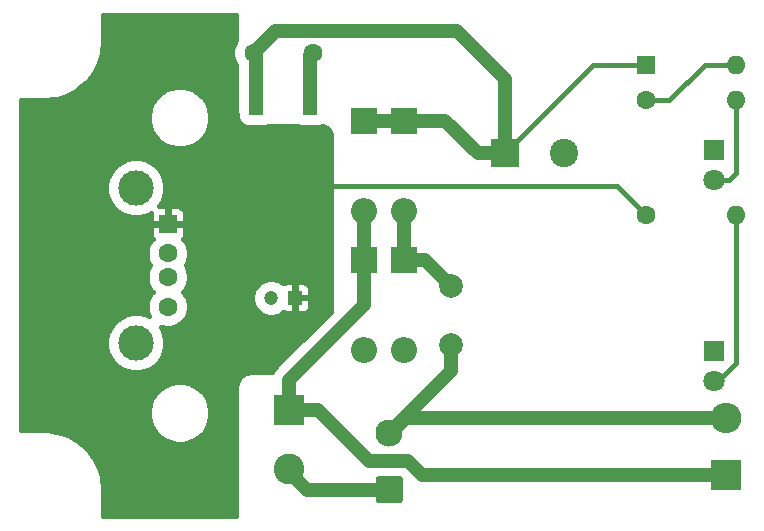
<source format=gtl>
G04 #@! TF.GenerationSoftware,KiCad,Pcbnew,5.1.10*
G04 #@! TF.CreationDate,2021-05-08T14:59:39+02:00*
G04 #@! TF.ProjectId,Dynamo_minimal_USB_charger,44796e61-6d6f-45f6-9d69-6e696d616c5f,1.0*
G04 #@! TF.SameCoordinates,PX5f5e100PY7bfa480*
G04 #@! TF.FileFunction,Copper,L1,Top*
G04 #@! TF.FilePolarity,Positive*
%FSLAX46Y46*%
G04 Gerber Fmt 4.6, Leading zero omitted, Abs format (unit mm)*
G04 Created by KiCad (PCBNEW 5.1.10) date 2021-05-08 14:59:39*
%MOMM*%
%LPD*%
G01*
G04 APERTURE LIST*
G04 #@! TA.AperFunction,ComponentPad*
%ADD10C,1.600000*%
G04 #@! TD*
G04 #@! TA.AperFunction,SMDPad,CuDef*
%ADD11R,5.800000X6.400000*%
G04 #@! TD*
G04 #@! TA.AperFunction,SMDPad,CuDef*
%ADD12R,1.200000X2.200000*%
G04 #@! TD*
G04 #@! TA.AperFunction,ComponentPad*
%ADD13C,1.800000*%
G04 #@! TD*
G04 #@! TA.AperFunction,ComponentPad*
%ADD14R,1.800000X1.800000*%
G04 #@! TD*
G04 #@! TA.AperFunction,ComponentPad*
%ADD15C,2.000000*%
G04 #@! TD*
G04 #@! TA.AperFunction,ComponentPad*
%ADD16C,2.300000*%
G04 #@! TD*
G04 #@! TA.AperFunction,ComponentPad*
%ADD17O,2.600000X2.600000*%
G04 #@! TD*
G04 #@! TA.AperFunction,ComponentPad*
%ADD18R,2.600000X2.600000*%
G04 #@! TD*
G04 #@! TA.AperFunction,ComponentPad*
%ADD19O,1.600000X1.600000*%
G04 #@! TD*
G04 #@! TA.AperFunction,ComponentPad*
%ADD20R,1.500000X1.600000*%
G04 #@! TD*
G04 #@! TA.AperFunction,ComponentPad*
%ADD21C,3.000000*%
G04 #@! TD*
G04 #@! TA.AperFunction,ComponentPad*
%ADD22C,2.600000*%
G04 #@! TD*
G04 #@! TA.AperFunction,ComponentPad*
%ADD23R,1.600000X1.600000*%
G04 #@! TD*
G04 #@! TA.AperFunction,ComponentPad*
%ADD24O,2.200000X2.200000*%
G04 #@! TD*
G04 #@! TA.AperFunction,ComponentPad*
%ADD25R,2.200000X2.200000*%
G04 #@! TD*
G04 #@! TA.AperFunction,ComponentPad*
%ADD26C,1.200000*%
G04 #@! TD*
G04 #@! TA.AperFunction,ComponentPad*
%ADD27R,1.200000X1.200000*%
G04 #@! TD*
G04 #@! TA.AperFunction,ComponentPad*
%ADD28C,2.400000*%
G04 #@! TD*
G04 #@! TA.AperFunction,ComponentPad*
%ADD29R,2.400000X2.400000*%
G04 #@! TD*
G04 #@! TA.AperFunction,Conductor*
%ADD30C,1.200000*%
G04 #@! TD*
G04 #@! TA.AperFunction,Conductor*
%ADD31C,0.400000*%
G04 #@! TD*
G04 #@! TA.AperFunction,Conductor*
%ADD32C,0.100000*%
G04 #@! TD*
G04 APERTURE END LIST*
D10*
G04 #@! TO.P,C3,2*
G04 #@! TO.N,GND*
X25750000Y40250000D03*
G04 #@! TO.P,C3,1*
G04 #@! TO.N,VCC*
X20750000Y40250000D03*
G04 #@! TD*
D11*
G04 #@! TO.P,U1,2*
G04 #@! TO.N,+5V*
X23250000Y29750000D03*
D12*
G04 #@! TO.P,U1,3*
G04 #@! TO.N,VCC*
X20970000Y36050000D03*
G04 #@! TO.P,U1,1*
G04 #@! TO.N,GND*
X25530000Y36050000D03*
G04 #@! TD*
D13*
G04 #@! TO.P,D8,2*
G04 #@! TO.N,Net-(D8-Pad2)*
X59750000Y29460000D03*
D14*
G04 #@! TO.P,D8,1*
G04 #@! TO.N,GND*
X59750000Y32000000D03*
G04 #@! TD*
D13*
G04 #@! TO.P,D6,2*
G04 #@! TO.N,Net-(D6-Pad2)*
X59750000Y12460000D03*
D14*
G04 #@! TO.P,D6,1*
G04 #@! TO.N,GND*
X59750000Y15000000D03*
G04 #@! TD*
D15*
G04 #@! TO.P,C1,2*
G04 #@! TO.N,Net-(C1-Pad2)*
X37500000Y15500000D03*
G04 #@! TO.P,C1,1*
G04 #@! TO.N,Net-(C1-Pad1)*
X37500000Y20500000D03*
G04 #@! TD*
D16*
G04 #@! TO.P,SW1,2*
G04 #@! TO.N,Net-(C1-Pad2)*
X32250000Y8050000D03*
G04 #@! TO.P,SW1,1*
G04 #@! TO.N,Net-(J1-Pad2)*
G04 #@! TA.AperFunction,ComponentPad*
G36*
G01*
X33150001Y2100000D02*
X31349999Y2100000D01*
G75*
G02*
X31100000Y2349999I0J249999D01*
G01*
X31100000Y4150001D01*
G75*
G02*
X31349999Y4400000I249999J0D01*
G01*
X33150001Y4400000D01*
G75*
G02*
X33400000Y4150001I0J-249999D01*
G01*
X33400000Y2349999D01*
G75*
G02*
X33150001Y2100000I-249999J0D01*
G01*
G37*
G04 #@! TD.AperFunction*
G04 #@! TD*
D17*
G04 #@! TO.P,D5,2*
G04 #@! TO.N,Net-(C1-Pad2)*
X60750000Y9300000D03*
D18*
G04 #@! TO.P,D5,1*
G04 #@! TO.N,Net-(D3-Pad2)*
X60750000Y4500000D03*
G04 #@! TD*
D19*
G04 #@! TO.P,R2,2*
G04 #@! TO.N,Net-(D8-Pad2)*
X61620000Y36250000D03*
D10*
G04 #@! TO.P,R2,1*
G04 #@! TO.N,Net-(D7-Pad2)*
X54000000Y36250000D03*
G04 #@! TD*
D19*
G04 #@! TO.P,R1,2*
G04 #@! TO.N,Net-(D6-Pad2)*
X61620000Y26500000D03*
D10*
G04 #@! TO.P,R1,1*
G04 #@! TO.N,+5V*
X54000000Y26500000D03*
G04 #@! TD*
G04 #@! TO.P,J2,4*
G04 #@! TO.N,GND*
X13500000Y18750000D03*
G04 #@! TO.P,J2,3*
G04 #@! TO.N,Net-(J2-Pad3)*
X13500000Y21250000D03*
G04 #@! TO.P,J2,2*
G04 #@! TO.N,Net-(J2-Pad2)*
X13500000Y23250000D03*
D20*
G04 #@! TO.P,J2,1*
G04 #@! TO.N,+5V*
X13500000Y25750000D03*
D21*
G04 #@! TO.P,J2,5*
G04 #@! TO.N,GND*
X10790000Y15680000D03*
X10790000Y28820000D03*
G04 #@! TD*
D22*
G04 #@! TO.P,J1,2*
G04 #@! TO.N,Net-(J1-Pad2)*
X23750000Y5000000D03*
D18*
G04 #@! TO.P,J1,1*
G04 #@! TO.N,Net-(D3-Pad2)*
X23750000Y10000000D03*
G04 #@! TD*
D19*
G04 #@! TO.P,D7,2*
G04 #@! TO.N,Net-(D7-Pad2)*
X61620000Y39250000D03*
D23*
G04 #@! TO.P,D7,1*
G04 #@! TO.N,VCC*
X54000000Y39250000D03*
G04 #@! TD*
D24*
G04 #@! TO.P,D4,2*
G04 #@! TO.N,GND*
X30100000Y15080000D03*
D25*
G04 #@! TO.P,D4,1*
G04 #@! TO.N,Net-(D3-Pad2)*
X30100000Y22700000D03*
G04 #@! TD*
D24*
G04 #@! TO.P,D3,2*
G04 #@! TO.N,Net-(D3-Pad2)*
X30100000Y26880000D03*
D25*
G04 #@! TO.P,D3,1*
G04 #@! TO.N,VCC*
X30100000Y34500000D03*
G04 #@! TD*
D24*
G04 #@! TO.P,D2,2*
G04 #@! TO.N,GND*
X33500000Y15080000D03*
D25*
G04 #@! TO.P,D2,1*
G04 #@! TO.N,Net-(C1-Pad1)*
X33500000Y22700000D03*
G04 #@! TD*
D24*
G04 #@! TO.P,D1,2*
G04 #@! TO.N,Net-(C1-Pad1)*
X33500000Y26880000D03*
D25*
G04 #@! TO.P,D1,1*
G04 #@! TO.N,VCC*
X33500000Y34500000D03*
G04 #@! TD*
D26*
G04 #@! TO.P,C4,2*
G04 #@! TO.N,GND*
X22250000Y19500000D03*
D27*
G04 #@! TO.P,C4,1*
G04 #@! TO.N,+5V*
X24250000Y19500000D03*
G04 #@! TD*
D28*
G04 #@! TO.P,C2,2*
G04 #@! TO.N,GND*
X47000000Y31750000D03*
D29*
G04 #@! TO.P,C2,1*
G04 #@! TO.N,VCC*
X42000000Y31750000D03*
G04 #@! TD*
D30*
G04 #@! TO.N,Net-(C1-Pad2)*
X32350000Y8050000D02*
X33600000Y9300000D01*
X32300000Y8000000D02*
X32250000Y8050000D01*
X33600000Y9300000D02*
X32300000Y8000000D01*
X32250000Y8050000D02*
X32350000Y8050000D01*
X60750000Y9300000D02*
X33600000Y9300000D01*
X37500000Y13300000D02*
X32250000Y8050000D01*
X37500000Y15500000D02*
X37500000Y13300000D01*
G04 #@! TO.N,Net-(C1-Pad1)*
X33500000Y26880000D02*
X33500000Y22700000D01*
X35300000Y22700000D02*
X37500000Y20500000D01*
X33500000Y22700000D02*
X35300000Y22700000D01*
G04 #@! TO.N,GND*
X25530000Y40030000D02*
X25750000Y40250000D01*
X25530000Y36050000D02*
X25530000Y40030000D01*
G04 #@! TO.N,VCC*
X41950000Y31700000D02*
X42000000Y31750000D01*
D31*
X49500000Y39250000D02*
X42000000Y31750000D01*
X54000000Y39250000D02*
X49500000Y39250000D01*
D30*
X32100000Y34500000D02*
X35500000Y34500000D01*
X37000000Y34500000D02*
X35500000Y34500000D01*
X39750000Y31750000D02*
X37000000Y34500000D01*
X42000000Y31750000D02*
X39750000Y31750000D01*
X33500000Y34500000D02*
X30100000Y34500000D01*
X42000000Y31750000D02*
X42000000Y38000000D01*
X22550001Y42050001D02*
X20750000Y40250000D01*
X37949999Y42050001D02*
X22550001Y42050001D01*
X42000000Y38000000D02*
X37949999Y42050001D01*
X20970000Y40030000D02*
X20750000Y40250000D01*
X20970000Y36050000D02*
X20970000Y40030000D01*
D31*
G04 #@! TO.N,+5V*
X26125000Y29000000D02*
X24000000Y26875000D01*
X51500000Y29000000D02*
X26125000Y29000000D01*
X54000000Y26500000D02*
X51500000Y29000000D01*
D30*
G04 #@! TO.N,Net-(D3-Pad2)*
X35000000Y4500000D02*
X60750000Y4500000D01*
X33850000Y5650000D02*
X35000000Y4500000D01*
X30550000Y5650000D02*
X33850000Y5650000D01*
X26200000Y10000000D02*
X30550000Y5650000D01*
X23750000Y10000000D02*
X26200000Y10000000D01*
X30100000Y18850000D02*
X30100000Y22700000D01*
X23750000Y12500000D02*
X30100000Y18850000D01*
X23750000Y10000000D02*
X23750000Y12500000D01*
X30100000Y22700000D02*
X30100000Y26880000D01*
D31*
G04 #@! TO.N,Net-(D6-Pad2)*
X60090002Y12460000D02*
X59750000Y12460000D01*
X61620000Y13989998D02*
X60090002Y12460000D01*
X61620000Y26500000D02*
X61620000Y13989998D01*
G04 #@! TO.N,Net-(D7-Pad2)*
X54000000Y36250000D02*
X55950000Y36250000D01*
X58950000Y39250000D02*
X61620000Y39250000D01*
X55950000Y36250000D02*
X58950000Y39250000D01*
G04 #@! TO.N,Net-(D8-Pad2)*
X61620000Y30057208D02*
X61022792Y29460000D01*
X61022792Y29460000D02*
X59750000Y29460000D01*
X61620000Y36250000D02*
X61620000Y30057208D01*
D30*
G04 #@! TO.N,Net-(J1-Pad2)*
X25250000Y3250000D02*
X32250000Y3250000D01*
X23750000Y4750000D02*
X25250000Y3250000D01*
X23750000Y5000000D02*
X23750000Y4750000D01*
G04 #@! TD*
D31*
G04 #@! TO.N,+5V*
X19300000Y41319836D02*
X19154861Y41102620D01*
X19019173Y40775041D01*
X18950000Y40427284D01*
X18950000Y40072716D01*
X19019173Y39724959D01*
X19154861Y39397380D01*
X19300000Y39180164D01*
X19300000Y35250000D01*
X19300963Y35230396D01*
X19320178Y35035306D01*
X19327827Y34996854D01*
X19376279Y34837126D01*
X19384470Y34753966D01*
X19441651Y34565465D01*
X19534508Y34391742D01*
X19659472Y34239472D01*
X19811742Y34114508D01*
X19985465Y34021651D01*
X20173966Y33964470D01*
X20370000Y33945162D01*
X21570000Y33945162D01*
X21766034Y33964470D01*
X21954535Y34021651D01*
X22007572Y34050000D01*
X24492428Y34050000D01*
X24545465Y34021651D01*
X24733966Y33964470D01*
X24930000Y33945162D01*
X26130000Y33945162D01*
X26326034Y33964470D01*
X26514535Y34021651D01*
X26555530Y34043563D01*
X26655886Y34033679D01*
X26805777Y33988210D01*
X26943916Y33914373D01*
X27065001Y33815001D01*
X27164373Y33693916D01*
X27238210Y33555777D01*
X27283679Y33405886D01*
X27300000Y33240173D01*
X27300000Y18312742D01*
X22674207Y13686949D01*
X22613156Y13636845D01*
X22563053Y13575794D01*
X22413212Y13393213D01*
X22309938Y13200000D01*
X20500000Y13200000D01*
X20480396Y13199037D01*
X20285306Y13179822D01*
X20246854Y13172173D01*
X20059261Y13115268D01*
X20023038Y13100264D01*
X19850151Y13007854D01*
X19817551Y12986072D01*
X19666014Y12861709D01*
X19638291Y12833986D01*
X19513928Y12682449D01*
X19492146Y12649849D01*
X19399736Y12476962D01*
X19384732Y12440739D01*
X19327827Y12253146D01*
X19320178Y12214694D01*
X19300963Y12019604D01*
X19300000Y12000000D01*
X19300000Y1025000D01*
X8025000Y1025000D01*
X8025000Y3300351D01*
X8020510Y3345936D01*
X8020684Y3370824D01*
X8019288Y3385067D01*
X7937686Y4161454D01*
X7919005Y4252459D01*
X7901598Y4343712D01*
X7897461Y4357413D01*
X7666613Y5103163D01*
X7630606Y5188820D01*
X7595811Y5274941D01*
X7589093Y5287577D01*
X7217790Y5974287D01*
X7165828Y6051323D01*
X7114972Y6129041D01*
X7105930Y6140126D01*
X7105926Y6140132D01*
X7105921Y6140137D01*
X6608313Y6741642D01*
X6542386Y6807111D01*
X6477393Y6873479D01*
X6466366Y6882602D01*
X5861396Y7376003D01*
X5784014Y7427415D01*
X5707364Y7479899D01*
X5694775Y7486706D01*
X5005491Y7853205D01*
X4919577Y7888616D01*
X4834211Y7925204D01*
X4820540Y7929436D01*
X4073195Y8155073D01*
X3982046Y8173121D01*
X3891192Y8192433D01*
X3876961Y8193929D01*
X3876959Y8193929D01*
X3100022Y8270108D01*
X3100021Y8270108D01*
X3050351Y8275000D01*
X1025000Y8275000D01*
X1025000Y10006078D01*
X11900000Y10006078D01*
X11900000Y9493922D01*
X11999917Y8991608D01*
X12195910Y8518438D01*
X12480448Y8092597D01*
X12842597Y7730448D01*
X13268438Y7445910D01*
X13741608Y7249917D01*
X14243922Y7150000D01*
X14756078Y7150000D01*
X15258392Y7249917D01*
X15731562Y7445910D01*
X16157403Y7730448D01*
X16519552Y8092597D01*
X16804090Y8518438D01*
X17000083Y8991608D01*
X17100000Y9493922D01*
X17100000Y10006078D01*
X17000083Y10508392D01*
X16804090Y10981562D01*
X16519552Y11407403D01*
X16157403Y11769552D01*
X15731562Y12054090D01*
X15258392Y12250083D01*
X14756078Y12350000D01*
X14243922Y12350000D01*
X13741608Y12250083D01*
X13268438Y12054090D01*
X12842597Y11769552D01*
X12480448Y11407403D01*
X12195910Y10981562D01*
X11999917Y10508392D01*
X11900000Y10006078D01*
X1025000Y10006078D01*
X1025000Y15926228D01*
X8290000Y15926228D01*
X8290000Y15433772D01*
X8386074Y14950777D01*
X8574529Y14495806D01*
X8848124Y14086343D01*
X9196343Y13738124D01*
X9605806Y13464529D01*
X10060777Y13276074D01*
X10543772Y13180000D01*
X11036228Y13180000D01*
X11519223Y13276074D01*
X11974194Y13464529D01*
X12383657Y13738124D01*
X12731876Y14086343D01*
X13005471Y14495806D01*
X13193926Y14950777D01*
X13290000Y15433772D01*
X13290000Y15926228D01*
X13193926Y16409223D01*
X13005471Y16864194D01*
X12873965Y17061006D01*
X12974959Y17019173D01*
X13322716Y16950000D01*
X13677284Y16950000D01*
X14025041Y17019173D01*
X14352620Y17154861D01*
X14647433Y17351849D01*
X14898151Y17602567D01*
X15095139Y17897380D01*
X15230827Y18224959D01*
X15300000Y18572716D01*
X15300000Y18927284D01*
X15230827Y19275041D01*
X15095139Y19602620D01*
X15058412Y19657586D01*
X20650000Y19657586D01*
X20650000Y19342414D01*
X20711487Y19033297D01*
X20832098Y18742116D01*
X21007199Y18480059D01*
X21230059Y18257199D01*
X21492116Y18082098D01*
X21783297Y17961487D01*
X22092414Y17900000D01*
X22407586Y17900000D01*
X22716703Y17961487D01*
X23007884Y18082098D01*
X23269941Y18257199D01*
X23298063Y18285321D01*
X23377749Y18242728D01*
X23511208Y18202244D01*
X23650000Y18188574D01*
X24019000Y18192000D01*
X24196000Y18369000D01*
X24196000Y19446000D01*
X24304000Y19446000D01*
X24304000Y18369000D01*
X24481000Y18192000D01*
X24850000Y18188574D01*
X24988792Y18202244D01*
X25122251Y18242728D01*
X25245247Y18308471D01*
X25353054Y18396946D01*
X25441529Y18504753D01*
X25507272Y18627749D01*
X25547756Y18761208D01*
X25561426Y18900000D01*
X25558000Y19269000D01*
X25381000Y19446000D01*
X24304000Y19446000D01*
X24196000Y19446000D01*
X24176000Y19446000D01*
X24176000Y19554000D01*
X24196000Y19554000D01*
X24196000Y20631000D01*
X24304000Y20631000D01*
X24304000Y19554000D01*
X25381000Y19554000D01*
X25558000Y19731000D01*
X25561426Y20100000D01*
X25547756Y20238792D01*
X25507272Y20372251D01*
X25441529Y20495247D01*
X25353054Y20603054D01*
X25245247Y20691529D01*
X25122251Y20757272D01*
X24988792Y20797756D01*
X24850000Y20811426D01*
X24481000Y20808000D01*
X24304000Y20631000D01*
X24196000Y20631000D01*
X24019000Y20808000D01*
X23650000Y20811426D01*
X23511208Y20797756D01*
X23377749Y20757272D01*
X23298063Y20714679D01*
X23269941Y20742801D01*
X23007884Y20917902D01*
X22716703Y21038513D01*
X22407586Y21100000D01*
X22092414Y21100000D01*
X21783297Y21038513D01*
X21492116Y20917902D01*
X21230059Y20742801D01*
X21007199Y20519941D01*
X20832098Y20257884D01*
X20711487Y19966703D01*
X20650000Y19657586D01*
X15058412Y19657586D01*
X14898151Y19897433D01*
X14795584Y20000000D01*
X14898151Y20102567D01*
X15095139Y20397380D01*
X15230827Y20724959D01*
X15300000Y21072716D01*
X15300000Y21427284D01*
X15230827Y21775041D01*
X15095139Y22102620D01*
X14996663Y22250000D01*
X15095139Y22397380D01*
X15230827Y22724959D01*
X15300000Y23072716D01*
X15300000Y23427284D01*
X15230827Y23775041D01*
X15095139Y24102620D01*
X14898151Y24397433D01*
X14796139Y24499445D01*
X14841529Y24554753D01*
X14907272Y24677749D01*
X14947756Y24811208D01*
X14961426Y24950000D01*
X14958000Y25519000D01*
X14781000Y25696000D01*
X13554000Y25696000D01*
X13554000Y25676000D01*
X13446000Y25676000D01*
X13446000Y25696000D01*
X12219000Y25696000D01*
X12042000Y25519000D01*
X12038574Y24950000D01*
X12052244Y24811208D01*
X12092728Y24677749D01*
X12158471Y24554753D01*
X12203861Y24499445D01*
X12101849Y24397433D01*
X11904861Y24102620D01*
X11769173Y23775041D01*
X11700000Y23427284D01*
X11700000Y23072716D01*
X11769173Y22724959D01*
X11904861Y22397380D01*
X12003337Y22250000D01*
X11904861Y22102620D01*
X11769173Y21775041D01*
X11700000Y21427284D01*
X11700000Y21072716D01*
X11769173Y20724959D01*
X11904861Y20397380D01*
X12101849Y20102567D01*
X12204416Y20000000D01*
X12101849Y19897433D01*
X11904861Y19602620D01*
X11769173Y19275041D01*
X11700000Y18927284D01*
X11700000Y18572716D01*
X11769173Y18224959D01*
X11891456Y17929742D01*
X11519223Y18083926D01*
X11036228Y18180000D01*
X10543772Y18180000D01*
X10060777Y18083926D01*
X9605806Y17895471D01*
X9196343Y17621876D01*
X8848124Y17273657D01*
X8574529Y16864194D01*
X8386074Y16409223D01*
X8290000Y15926228D01*
X1025000Y15926228D01*
X1025000Y29066228D01*
X8290000Y29066228D01*
X8290000Y28573772D01*
X8386074Y28090777D01*
X8574529Y27635806D01*
X8848124Y27226343D01*
X9196343Y26878124D01*
X9605806Y26604529D01*
X10060777Y26416074D01*
X10543772Y26320000D01*
X11036228Y26320000D01*
X11519223Y26416074D01*
X11974194Y26604529D01*
X12048858Y26654418D01*
X12038574Y26550000D01*
X12042000Y25981000D01*
X12219000Y25804000D01*
X13446000Y25804000D01*
X13446000Y27081000D01*
X13554000Y27081000D01*
X13554000Y25804000D01*
X14781000Y25804000D01*
X14958000Y25981000D01*
X14961426Y26550000D01*
X14947756Y26688792D01*
X14907272Y26822251D01*
X14841529Y26945247D01*
X14753054Y27053054D01*
X14645247Y27141529D01*
X14522251Y27207272D01*
X14388792Y27247756D01*
X14250000Y27261426D01*
X13731000Y27258000D01*
X13554000Y27081000D01*
X13446000Y27081000D01*
X13269000Y27258000D01*
X12755294Y27261391D01*
X13005471Y27635806D01*
X13193926Y28090777D01*
X13290000Y28573772D01*
X13290000Y29066228D01*
X13193926Y29549223D01*
X13005471Y30004194D01*
X12731876Y30413657D01*
X12383657Y30761876D01*
X11974194Y31035471D01*
X11519223Y31223926D01*
X11036228Y31320000D01*
X10543772Y31320000D01*
X10060777Y31223926D01*
X9605806Y31035471D01*
X9196343Y30761876D01*
X8848124Y30413657D01*
X8574529Y30004194D01*
X8386074Y29549223D01*
X8290000Y29066228D01*
X1025000Y29066228D01*
X1025000Y35006078D01*
X11900000Y35006078D01*
X11900000Y34493922D01*
X11999917Y33991608D01*
X12195910Y33518438D01*
X12480448Y33092597D01*
X12842597Y32730448D01*
X13268438Y32445910D01*
X13741608Y32249917D01*
X14243922Y32150000D01*
X14756078Y32150000D01*
X15258392Y32249917D01*
X15731562Y32445910D01*
X16157403Y32730448D01*
X16519552Y33092597D01*
X16804090Y33518438D01*
X17000083Y33991608D01*
X17100000Y34493922D01*
X17100000Y35006078D01*
X17000083Y35508392D01*
X16804090Y35981562D01*
X16519552Y36407403D01*
X16157403Y36769552D01*
X15731562Y37054090D01*
X15258392Y37250083D01*
X14756078Y37350000D01*
X14243922Y37350000D01*
X13741608Y37250083D01*
X13268438Y37054090D01*
X12842597Y36769552D01*
X12480448Y36407403D01*
X12195910Y35981562D01*
X11999917Y35508392D01*
X11900000Y35006078D01*
X1025000Y35006078D01*
X1025000Y36225000D01*
X3050351Y36225000D01*
X3095936Y36229490D01*
X3120824Y36229316D01*
X3135067Y36230712D01*
X3911455Y36312314D01*
X4002466Y36330996D01*
X4093712Y36348402D01*
X4107413Y36352539D01*
X4853162Y36583386D01*
X4938839Y36619402D01*
X5024941Y36654189D01*
X5037577Y36660907D01*
X5724287Y37032210D01*
X5801334Y37084180D01*
X5879041Y37135029D01*
X5890131Y37144074D01*
X6491643Y37641687D01*
X6557111Y37707613D01*
X6623479Y37772606D01*
X6632601Y37783633D01*
X7126003Y38388604D01*
X7177437Y38466019D01*
X7229899Y38542637D01*
X7236706Y38555225D01*
X7603205Y39244510D01*
X7638623Y39330438D01*
X7675204Y39415789D01*
X7679433Y39429450D01*
X7679437Y39429460D01*
X7679439Y39429470D01*
X7905073Y40176805D01*
X7923121Y40267954D01*
X7942433Y40358808D01*
X7943929Y40373041D01*
X8020108Y41149978D01*
X8020108Y41149979D01*
X8025000Y41199649D01*
X8025000Y43475000D01*
X19300000Y43475000D01*
X19300000Y41319836D01*
G04 #@! TA.AperFunction,Conductor*
D32*
G36*
X19300000Y41319836D02*
G01*
X19154861Y41102620D01*
X19019173Y40775041D01*
X18950000Y40427284D01*
X18950000Y40072716D01*
X19019173Y39724959D01*
X19154861Y39397380D01*
X19300000Y39180164D01*
X19300000Y35250000D01*
X19300963Y35230396D01*
X19320178Y35035306D01*
X19327827Y34996854D01*
X19376279Y34837126D01*
X19384470Y34753966D01*
X19441651Y34565465D01*
X19534508Y34391742D01*
X19659472Y34239472D01*
X19811742Y34114508D01*
X19985465Y34021651D01*
X20173966Y33964470D01*
X20370000Y33945162D01*
X21570000Y33945162D01*
X21766034Y33964470D01*
X21954535Y34021651D01*
X22007572Y34050000D01*
X24492428Y34050000D01*
X24545465Y34021651D01*
X24733966Y33964470D01*
X24930000Y33945162D01*
X26130000Y33945162D01*
X26326034Y33964470D01*
X26514535Y34021651D01*
X26555530Y34043563D01*
X26655886Y34033679D01*
X26805777Y33988210D01*
X26943916Y33914373D01*
X27065001Y33815001D01*
X27164373Y33693916D01*
X27238210Y33555777D01*
X27283679Y33405886D01*
X27300000Y33240173D01*
X27300000Y18312742D01*
X22674207Y13686949D01*
X22613156Y13636845D01*
X22563053Y13575794D01*
X22413212Y13393213D01*
X22309938Y13200000D01*
X20500000Y13200000D01*
X20480396Y13199037D01*
X20285306Y13179822D01*
X20246854Y13172173D01*
X20059261Y13115268D01*
X20023038Y13100264D01*
X19850151Y13007854D01*
X19817551Y12986072D01*
X19666014Y12861709D01*
X19638291Y12833986D01*
X19513928Y12682449D01*
X19492146Y12649849D01*
X19399736Y12476962D01*
X19384732Y12440739D01*
X19327827Y12253146D01*
X19320178Y12214694D01*
X19300963Y12019604D01*
X19300000Y12000000D01*
X19300000Y1025000D01*
X8025000Y1025000D01*
X8025000Y3300351D01*
X8020510Y3345936D01*
X8020684Y3370824D01*
X8019288Y3385067D01*
X7937686Y4161454D01*
X7919005Y4252459D01*
X7901598Y4343712D01*
X7897461Y4357413D01*
X7666613Y5103163D01*
X7630606Y5188820D01*
X7595811Y5274941D01*
X7589093Y5287577D01*
X7217790Y5974287D01*
X7165828Y6051323D01*
X7114972Y6129041D01*
X7105930Y6140126D01*
X7105926Y6140132D01*
X7105921Y6140137D01*
X6608313Y6741642D01*
X6542386Y6807111D01*
X6477393Y6873479D01*
X6466366Y6882602D01*
X5861396Y7376003D01*
X5784014Y7427415D01*
X5707364Y7479899D01*
X5694775Y7486706D01*
X5005491Y7853205D01*
X4919577Y7888616D01*
X4834211Y7925204D01*
X4820540Y7929436D01*
X4073195Y8155073D01*
X3982046Y8173121D01*
X3891192Y8192433D01*
X3876961Y8193929D01*
X3876959Y8193929D01*
X3100022Y8270108D01*
X3100021Y8270108D01*
X3050351Y8275000D01*
X1025000Y8275000D01*
X1025000Y10006078D01*
X11900000Y10006078D01*
X11900000Y9493922D01*
X11999917Y8991608D01*
X12195910Y8518438D01*
X12480448Y8092597D01*
X12842597Y7730448D01*
X13268438Y7445910D01*
X13741608Y7249917D01*
X14243922Y7150000D01*
X14756078Y7150000D01*
X15258392Y7249917D01*
X15731562Y7445910D01*
X16157403Y7730448D01*
X16519552Y8092597D01*
X16804090Y8518438D01*
X17000083Y8991608D01*
X17100000Y9493922D01*
X17100000Y10006078D01*
X17000083Y10508392D01*
X16804090Y10981562D01*
X16519552Y11407403D01*
X16157403Y11769552D01*
X15731562Y12054090D01*
X15258392Y12250083D01*
X14756078Y12350000D01*
X14243922Y12350000D01*
X13741608Y12250083D01*
X13268438Y12054090D01*
X12842597Y11769552D01*
X12480448Y11407403D01*
X12195910Y10981562D01*
X11999917Y10508392D01*
X11900000Y10006078D01*
X1025000Y10006078D01*
X1025000Y15926228D01*
X8290000Y15926228D01*
X8290000Y15433772D01*
X8386074Y14950777D01*
X8574529Y14495806D01*
X8848124Y14086343D01*
X9196343Y13738124D01*
X9605806Y13464529D01*
X10060777Y13276074D01*
X10543772Y13180000D01*
X11036228Y13180000D01*
X11519223Y13276074D01*
X11974194Y13464529D01*
X12383657Y13738124D01*
X12731876Y14086343D01*
X13005471Y14495806D01*
X13193926Y14950777D01*
X13290000Y15433772D01*
X13290000Y15926228D01*
X13193926Y16409223D01*
X13005471Y16864194D01*
X12873965Y17061006D01*
X12974959Y17019173D01*
X13322716Y16950000D01*
X13677284Y16950000D01*
X14025041Y17019173D01*
X14352620Y17154861D01*
X14647433Y17351849D01*
X14898151Y17602567D01*
X15095139Y17897380D01*
X15230827Y18224959D01*
X15300000Y18572716D01*
X15300000Y18927284D01*
X15230827Y19275041D01*
X15095139Y19602620D01*
X15058412Y19657586D01*
X20650000Y19657586D01*
X20650000Y19342414D01*
X20711487Y19033297D01*
X20832098Y18742116D01*
X21007199Y18480059D01*
X21230059Y18257199D01*
X21492116Y18082098D01*
X21783297Y17961487D01*
X22092414Y17900000D01*
X22407586Y17900000D01*
X22716703Y17961487D01*
X23007884Y18082098D01*
X23269941Y18257199D01*
X23298063Y18285321D01*
X23377749Y18242728D01*
X23511208Y18202244D01*
X23650000Y18188574D01*
X24019000Y18192000D01*
X24196000Y18369000D01*
X24196000Y19446000D01*
X24304000Y19446000D01*
X24304000Y18369000D01*
X24481000Y18192000D01*
X24850000Y18188574D01*
X24988792Y18202244D01*
X25122251Y18242728D01*
X25245247Y18308471D01*
X25353054Y18396946D01*
X25441529Y18504753D01*
X25507272Y18627749D01*
X25547756Y18761208D01*
X25561426Y18900000D01*
X25558000Y19269000D01*
X25381000Y19446000D01*
X24304000Y19446000D01*
X24196000Y19446000D01*
X24176000Y19446000D01*
X24176000Y19554000D01*
X24196000Y19554000D01*
X24196000Y20631000D01*
X24304000Y20631000D01*
X24304000Y19554000D01*
X25381000Y19554000D01*
X25558000Y19731000D01*
X25561426Y20100000D01*
X25547756Y20238792D01*
X25507272Y20372251D01*
X25441529Y20495247D01*
X25353054Y20603054D01*
X25245247Y20691529D01*
X25122251Y20757272D01*
X24988792Y20797756D01*
X24850000Y20811426D01*
X24481000Y20808000D01*
X24304000Y20631000D01*
X24196000Y20631000D01*
X24019000Y20808000D01*
X23650000Y20811426D01*
X23511208Y20797756D01*
X23377749Y20757272D01*
X23298063Y20714679D01*
X23269941Y20742801D01*
X23007884Y20917902D01*
X22716703Y21038513D01*
X22407586Y21100000D01*
X22092414Y21100000D01*
X21783297Y21038513D01*
X21492116Y20917902D01*
X21230059Y20742801D01*
X21007199Y20519941D01*
X20832098Y20257884D01*
X20711487Y19966703D01*
X20650000Y19657586D01*
X15058412Y19657586D01*
X14898151Y19897433D01*
X14795584Y20000000D01*
X14898151Y20102567D01*
X15095139Y20397380D01*
X15230827Y20724959D01*
X15300000Y21072716D01*
X15300000Y21427284D01*
X15230827Y21775041D01*
X15095139Y22102620D01*
X14996663Y22250000D01*
X15095139Y22397380D01*
X15230827Y22724959D01*
X15300000Y23072716D01*
X15300000Y23427284D01*
X15230827Y23775041D01*
X15095139Y24102620D01*
X14898151Y24397433D01*
X14796139Y24499445D01*
X14841529Y24554753D01*
X14907272Y24677749D01*
X14947756Y24811208D01*
X14961426Y24950000D01*
X14958000Y25519000D01*
X14781000Y25696000D01*
X13554000Y25696000D01*
X13554000Y25676000D01*
X13446000Y25676000D01*
X13446000Y25696000D01*
X12219000Y25696000D01*
X12042000Y25519000D01*
X12038574Y24950000D01*
X12052244Y24811208D01*
X12092728Y24677749D01*
X12158471Y24554753D01*
X12203861Y24499445D01*
X12101849Y24397433D01*
X11904861Y24102620D01*
X11769173Y23775041D01*
X11700000Y23427284D01*
X11700000Y23072716D01*
X11769173Y22724959D01*
X11904861Y22397380D01*
X12003337Y22250000D01*
X11904861Y22102620D01*
X11769173Y21775041D01*
X11700000Y21427284D01*
X11700000Y21072716D01*
X11769173Y20724959D01*
X11904861Y20397380D01*
X12101849Y20102567D01*
X12204416Y20000000D01*
X12101849Y19897433D01*
X11904861Y19602620D01*
X11769173Y19275041D01*
X11700000Y18927284D01*
X11700000Y18572716D01*
X11769173Y18224959D01*
X11891456Y17929742D01*
X11519223Y18083926D01*
X11036228Y18180000D01*
X10543772Y18180000D01*
X10060777Y18083926D01*
X9605806Y17895471D01*
X9196343Y17621876D01*
X8848124Y17273657D01*
X8574529Y16864194D01*
X8386074Y16409223D01*
X8290000Y15926228D01*
X1025000Y15926228D01*
X1025000Y29066228D01*
X8290000Y29066228D01*
X8290000Y28573772D01*
X8386074Y28090777D01*
X8574529Y27635806D01*
X8848124Y27226343D01*
X9196343Y26878124D01*
X9605806Y26604529D01*
X10060777Y26416074D01*
X10543772Y26320000D01*
X11036228Y26320000D01*
X11519223Y26416074D01*
X11974194Y26604529D01*
X12048858Y26654418D01*
X12038574Y26550000D01*
X12042000Y25981000D01*
X12219000Y25804000D01*
X13446000Y25804000D01*
X13446000Y27081000D01*
X13554000Y27081000D01*
X13554000Y25804000D01*
X14781000Y25804000D01*
X14958000Y25981000D01*
X14961426Y26550000D01*
X14947756Y26688792D01*
X14907272Y26822251D01*
X14841529Y26945247D01*
X14753054Y27053054D01*
X14645247Y27141529D01*
X14522251Y27207272D01*
X14388792Y27247756D01*
X14250000Y27261426D01*
X13731000Y27258000D01*
X13554000Y27081000D01*
X13446000Y27081000D01*
X13269000Y27258000D01*
X12755294Y27261391D01*
X13005471Y27635806D01*
X13193926Y28090777D01*
X13290000Y28573772D01*
X13290000Y29066228D01*
X13193926Y29549223D01*
X13005471Y30004194D01*
X12731876Y30413657D01*
X12383657Y30761876D01*
X11974194Y31035471D01*
X11519223Y31223926D01*
X11036228Y31320000D01*
X10543772Y31320000D01*
X10060777Y31223926D01*
X9605806Y31035471D01*
X9196343Y30761876D01*
X8848124Y30413657D01*
X8574529Y30004194D01*
X8386074Y29549223D01*
X8290000Y29066228D01*
X1025000Y29066228D01*
X1025000Y35006078D01*
X11900000Y35006078D01*
X11900000Y34493922D01*
X11999917Y33991608D01*
X12195910Y33518438D01*
X12480448Y33092597D01*
X12842597Y32730448D01*
X13268438Y32445910D01*
X13741608Y32249917D01*
X14243922Y32150000D01*
X14756078Y32150000D01*
X15258392Y32249917D01*
X15731562Y32445910D01*
X16157403Y32730448D01*
X16519552Y33092597D01*
X16804090Y33518438D01*
X17000083Y33991608D01*
X17100000Y34493922D01*
X17100000Y35006078D01*
X17000083Y35508392D01*
X16804090Y35981562D01*
X16519552Y36407403D01*
X16157403Y36769552D01*
X15731562Y37054090D01*
X15258392Y37250083D01*
X14756078Y37350000D01*
X14243922Y37350000D01*
X13741608Y37250083D01*
X13268438Y37054090D01*
X12842597Y36769552D01*
X12480448Y36407403D01*
X12195910Y35981562D01*
X11999917Y35508392D01*
X11900000Y35006078D01*
X1025000Y35006078D01*
X1025000Y36225000D01*
X3050351Y36225000D01*
X3095936Y36229490D01*
X3120824Y36229316D01*
X3135067Y36230712D01*
X3911455Y36312314D01*
X4002466Y36330996D01*
X4093712Y36348402D01*
X4107413Y36352539D01*
X4853162Y36583386D01*
X4938839Y36619402D01*
X5024941Y36654189D01*
X5037577Y36660907D01*
X5724287Y37032210D01*
X5801334Y37084180D01*
X5879041Y37135029D01*
X5890131Y37144074D01*
X6491643Y37641687D01*
X6557111Y37707613D01*
X6623479Y37772606D01*
X6632601Y37783633D01*
X7126003Y38388604D01*
X7177437Y38466019D01*
X7229899Y38542637D01*
X7236706Y38555225D01*
X7603205Y39244510D01*
X7638623Y39330438D01*
X7675204Y39415789D01*
X7679433Y39429450D01*
X7679437Y39429460D01*
X7679439Y39429470D01*
X7905073Y40176805D01*
X7923121Y40267954D01*
X7942433Y40358808D01*
X7943929Y40373041D01*
X8020108Y41149978D01*
X8020108Y41149979D01*
X8025000Y41199649D01*
X8025000Y43475000D01*
X19300000Y43475000D01*
X19300000Y41319836D01*
G37*
G04 #@! TD.AperFunction*
G04 #@! TD*
M02*

</source>
